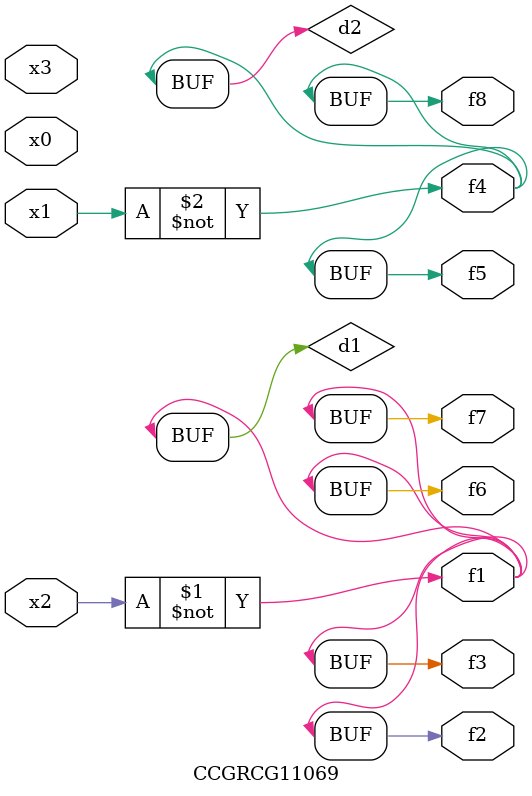
<source format=v>
module CCGRCG11069(
	input x0, x1, x2, x3,
	output f1, f2, f3, f4, f5, f6, f7, f8
);

	wire d1, d2;

	xnor (d1, x2);
	not (d2, x1);
	assign f1 = d1;
	assign f2 = d1;
	assign f3 = d1;
	assign f4 = d2;
	assign f5 = d2;
	assign f6 = d1;
	assign f7 = d1;
	assign f8 = d2;
endmodule

</source>
